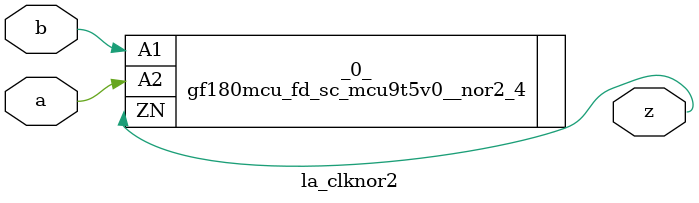
<source format=v>

/* Generated by Yosys 0.44 (git sha1 80ba43d26, g++ 11.4.0-1ubuntu1~22.04 -fPIC -O3) */

(* top =  1  *)
(* src = "generated" *)
module la_clknor2 (
    a,
    b,
    z
);
  (* src = "generated" *)
  input a;
  wire a;
  (* src = "generated" *)
  input b;
  wire b;
  (* src = "generated" *)
  output z;
  wire z;
  gf180mcu_fd_sc_mcu9t5v0__nor2_4 _0_ (
      .A1(b),
      .A2(a),
      .ZN(z)
  );
endmodule

</source>
